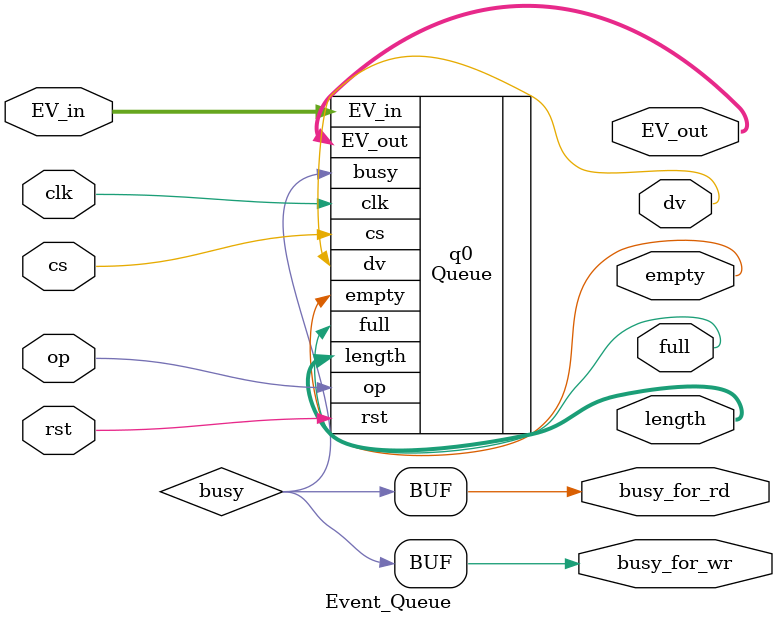
<source format=v>
`ifndef _Event_Queue
`define _Event_Queue

`include "Queue.v"
`include "../common_defines.v"
/* 
 * Event_Queue module
 * All inputs are defined in TUBOSIM spec
 *
 * PARAMETERS:
 * 	data_wd: 	width of single Q entry.
 * 	q_add_wd:	address width of event q store element (RAM). for example 
 *				q_add_wd=5 => maximal numbers of entries in q is 32.
 * 	q_max_len:	maximal length of Event Q
 *	lo:			bit select. TIME low bit offset. i.e. TIME "bit location" 
 *				in single Q event entry according to SPEC
 *	hi:			bit select. TIME high bit offset
 *
 * Author: Kimi
 */
 
module Event_Queue #(parameter data_wd=32,q_add_wd=5,q_max_len=32,hi = 15,lo = 0)
				(	
				input [data_wd-1:0] EV_in,			// input entry
				input op,							// desired opereatoin, could be read or write
				input cs,							// chip select
				input rst,							// reset signal
				input clk,							// clock
				output wire [data_wd-1:0] EV_out,	// output entry
				output wire dv,						// data valid of output entry EV_out
				output wire full,					// full signal indication
				output wire empty,					// empty signal indication
				output wire busy_for_rd,			// when raised read operation can't be performed
				output wire busy_for_wr,			// when raised write operation can't be performed
				output wire [q_add_wd-1:0] length	// current number of elements in EQ
				);
wire busy;

assign busy_for_rd = busy;
assign busy_for_wr = busy;

//////////////////////
// Qs instantiation //
//////////////////////

Queue #(.data_wd(data_wd),
		.q_add_wd(q_add_wd),
		.q_max_len(q_max_len),
		.hi(hi),
		.lo(lo)
		)
q0(
	.EV_in(EV_in),
	.op(op),
	.cs(cs),
	.rst(rst),
	.clk(clk),
	.EV_out(EV_out),
	.dv(dv),
	.full(full),
	.empty(empty),
	.busy(busy),
	.length(length)
	);

endmodule 

`endif
</source>
